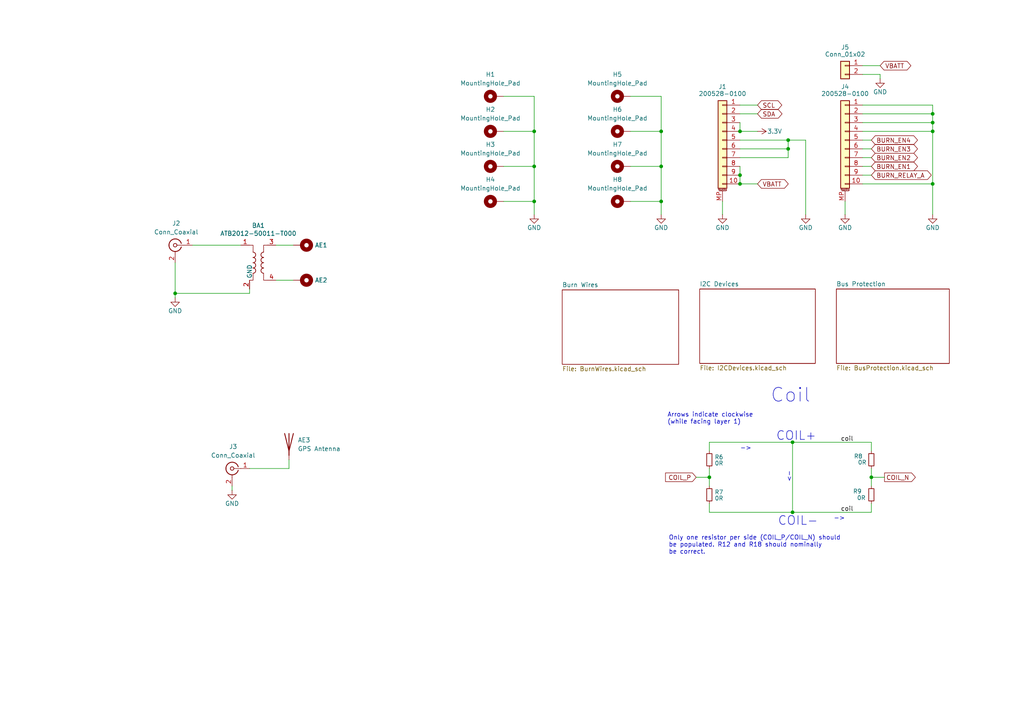
<source format=kicad_sch>
(kicad_sch (version 20231120) (generator "eeschema") (generator_version "8.0")
  (paper "A4")
  (lib_symbols
    (symbol "Connector_Generic:Conn_01x02" (pin_names (offset 1.016) hide)
      (property "Reference" "J" (at 0 2.54 0))
      (property "Value" "Conn_01x02" (at 0 -5.08 0))
      (symbol "Conn_01x02_1_1"
        (rectangle (start -1.27 -2.413) (end 0 -2.667) (stroke (width 0.1524)))
        (rectangle (start -1.27 0.127) (end 0 -0.127) (stroke (width 0.1524)))
        (rectangle (start -1.27 1.27) (end 1.27 -3.81) (stroke (width 0.254)) (fill (type background)))
        (pin passive line (at -5.08 0 0) (length 3.81) (name "Pin_1") (number "1"))
        (pin passive line (at -5.08 -2.54 0) (length 3.81) (name "Pin_2") (number "2"))
      )
    )
    (symbol "SolarPanels:ATB2012"
      (property "Reference" "U" (at 0 10.795 0))
      (property "Value" "ATB2012" (at 0 8.4836 0))
      (symbol "ATB2012_1_1"
        (arc (start -1.524 -3.048) (mid -0.7653 -2.286) (end -1.524 -1.524) (stroke (width 0.2032)))
        (arc (start -1.524 -1.524) (mid -0.7653 -0.762) (end -1.524 0) (stroke (width 0.2032)))
        (arc (start -1.524 0) (mid -0.7653 0.762) (end -1.524 1.524) (stroke (width 0.2032)))
        (arc (start -1.524 1.524) (mid -0.7653 2.286) (end -1.524 3.048) (stroke (width 0.2032)))
        (polyline (pts (xy -2.54 5.08) (xy -1.524 5.08) (xy -1.524 3.048)) (stroke (width 0.1524)))
        (polyline (pts (xy -1.524 -3.048) (xy -1.524 -5.08) (xy -2.54 -5.08)) (stroke (width 0.1524)))
        (polyline (pts (xy 1.524 3.048) (xy 1.524 5.08) (xy 2.54 5.08)) (stroke (width 0.1524)))
        (polyline (pts (xy 2.54 -5.08) (xy 1.524 -5.08) (xy 1.524 -3.048)) (stroke (width 0.1524)))
        (arc (start 1.524 -1.524) (mid 0.7653 -2.286) (end 1.524 -3.048) (stroke (width 0.2032)))
        (arc (start 1.524 0) (mid 0.7653 -0.762) (end 1.524 -1.524) (stroke (width 0.2032)))
        (arc (start 1.524 1.524) (mid 0.7653 0.762) (end 1.524 0) (stroke (width 0.2032)))
        (arc (start 1.524 3.048) (mid 0.7653 2.286) (end 1.524 1.524) (stroke (width 0.2032)))
        (pin passive line (at -5.08 5.08 0) (length 2.54) (name "~") (number "1"))
        (pin power_in line (at -2.54 -7.62 90) (length 2.54) (name "GND") (number "2"))
        (pin passive line (at 5.08 5.08 180) (length 2.54) (name "~") (number "3"))
        (pin passive line (at 5.08 -5.08 180) (length 2.54) (name "~") (number "4"))
      )
    )
    (symbol "SolarPanels:Antenna" (pin_numbers hide) (pin_names (offset 1.016) hide)
      (property "Reference" "AE" (at -1.905 1.905 0))
      (property "Value" "Antenna" (at -1.905 0 0))
      (symbol "Antenna_0_1"
        (polyline (pts (xy 0 2.54) (xy 0 -3.81)) (stroke (width 0.254)))
        (polyline (pts (xy 1.27 2.54) (xy 0 -2.54) (xy -1.27 2.54)) (stroke (width 0.254)))
      )
      (symbol "Antenna_1_1"
        (pin input line (at 0 -5.08 90) (length 2.54) (name "A") (number "1"))
      )
    )
    (symbol "SolarPanels:Conn_01x10_MountingPin" (pin_names (offset 1.016) hide)
      (property "Reference" "J" (at 0 12.7 0))
      (property "Value" "Conn_01x10_MountingPin" (at 1.27 -15.24 0))
      (symbol "Conn_01x10_MountingPin_1_1"
        (rectangle (start -1.27 -12.573) (end 0 -12.827) (stroke (width 0.1524)))
        (rectangle (start -1.27 -10.033) (end 0 -10.287) (stroke (width 0.1524)))
        (rectangle (start -1.27 -7.493) (end 0 -7.747) (stroke (width 0.1524)))
        (rectangle (start -1.27 -4.953) (end 0 -5.207) (stroke (width 0.1524)))
        (rectangle (start -1.27 -2.413) (end 0 -2.667) (stroke (width 0.1524)))
        (rectangle (start -1.27 0.127) (end 0 -0.127) (stroke (width 0.1524)))
        (rectangle (start -1.27 2.667) (end 0 2.413) (stroke (width 0.1524)))
        (rectangle (start -1.27 5.207) (end 0 4.953) (stroke (width 0.1524)))
        (rectangle (start -1.27 7.747) (end 0 7.493) (stroke (width 0.1524)))
        (rectangle (start -1.27 10.287) (end 0 10.033) (stroke (width 0.1524)))
        (rectangle (start -1.27 11.43) (end 1.27 -13.97) (stroke (width 0.254)) (fill (type background)))
        (polyline (pts (xy -1.016 -14.732) (xy 1.016 -14.732)) (stroke (width 0.1524)))
        (text "Mounting" (at 0 -14.351 0) (effects (font (size 0.381 0.381))))
        (pin passive line (at -5.08 10.16 0) (length 3.81) (name "Pin_1") (number "1"))
        (pin passive line (at -5.08 -12.7 0) (length 3.81) (name "Pin_10") (number "10"))
        (pin passive line (at -5.08 7.62 0) (length 3.81) (name "Pin_2") (number "2"))
        (pin passive line (at -5.08 5.08 0) (length 3.81) (name "Pin_3") (number "3"))
        (pin passive line (at -5.08 2.54 0) (length 3.81) (name "Pin_4") (number "4"))
        (pin passive line (at -5.08 0 0) (length 3.81) (name "Pin_5") (number "5"))
        (pin passive line (at -5.08 -2.54 0) (length 3.81) (name "Pin_6") (number "6"))
        (pin passive line (at -5.08 -5.08 0) (length 3.81) (name "Pin_7") (number "7"))
        (pin passive line (at -5.08 -7.62 0) (length 3.81) (name "Pin_8") (number "8"))
        (pin passive line (at -5.08 -10.16 0) (length 3.81) (name "Pin_9") (number "9"))
        (pin passive line (at 0 -17.78 90) (length 3.048) (name "MountPin") (number "MP"))
      )
    )
    (symbol "SolarPanels:Conn_Coaxial" (pin_names (offset 1.016) hide)
      (property "Reference" "J" (at 0.254 3.048 0))
      (property "Value" "Conn_Coaxial" (at 2.921 0 90))
      (symbol "Conn_Coaxial_0_1"
        (arc (start -1.778 -0.508) (mid 0.2311 -1.8066) (end 1.778 0) (stroke (width 0.254)))
        (polyline (pts (xy -2.54 0) (xy -0.508 0)))
        (polyline (pts (xy 0 -2.54) (xy 0 -1.778)))
        (circle (center 0 0) (radius 0.508) (stroke (width 0.2032)))
        (arc (start 1.778 0) (mid 0.2099 1.8101) (end -1.778 0.508) (stroke (width 0.254)))
      )
      (symbol "Conn_Coaxial_1_1"
        (pin passive line (at -5.08 0 0) (length 2.54) (name "In") (number "1"))
        (pin passive line (at 0 -5.08 90) (length 2.54) (name "Ext") (number "2"))
      )
    )
    (symbol "SolarPanels:MountingHole_Pad" (pin_numbers hide) (pin_names (offset 1.016) hide) (exclude_from_sim yes) (in_bom no)
      (property "Reference" "H" (at 0 6.35 0))
      (property "Value" "MountingHole_Pad" (at 0 4.445 0))
      (symbol "MountingHole_Pad_0_1"
        (circle (center 0 1.27) (radius 1.27) (stroke (width 1.27)))
      )
      (symbol "MountingHole_Pad_1_1"
        (pin input line (at 0 -2.54 90) (length 2.54) (name "1") (number "1"))
      )
    )
    (symbol "SolarPanels:R_Small" (pin_numbers hide) (pin_names (offset 0.254) hide)
      (property "Reference" "R" (at 0.762 0.508 0))
      (property "Value" "R_Small" (at 0.762 -1.016 0))
      (symbol "R_Small_0_1"
        (rectangle (start -0.762 1.778) (end 0.762 -1.778) (stroke (width 0.2032)))
      )
      (symbol "R_Small_1_1"
        (pin passive line (at 0 2.54 270) (length 0.762) (name "~") (number "1"))
        (pin passive line (at 0 -2.54 90) (length 0.762) (name "~") (number "2"))
      )
    )
    (symbol "power:+3.3V" (power) (pin_numbers hide) (pin_names (offset 0) hide)
      (property "Value" "+3.3V" (at 0 3.556 0))
      (symbol "+3.3V_0_1"
        (polyline (pts (xy -0.762 1.27) (xy 0 2.54)))
        (polyline (pts (xy 0 0) (xy 0 2.54)))
        (polyline (pts (xy 0 2.54) (xy 0.762 1.27)))
      )
      (symbol "+3.3V_1_1"
        (pin power_in line (at 0 0 90) (length 0) (name "~") (number "1"))
      )
    )
    (symbol "power:GND" (power) (pin_numbers hide) (pin_names (offset 0) hide)
      (property "Value" "GND" (at 0 -3.81 0))
      (symbol "GND_0_1"
        (polyline (pts (xy 0 0) (xy 0 -1.27) (xy 1.27 -1.27) (xy 0 -2.54) (xy -1.27 -1.27) (xy 0 -1.27)))
      )
      (symbol "GND_1_1"
        (pin power_in line (at 0 0 270) (length 0) (name "~") (number "1"))
      )
    )
  )
  (junction (at 191.77 58.42))
  (junction (at 214.63 53.34))
  (junction (at 270.51 38.1))
  (junction (at 229.87 128.27))
  (junction (at 228.6 40.64))
  (junction (at 270.51 53.34))
  (junction (at 252.73 138.43))
  (junction (at 154.94 58.42))
  (junction (at 50.8 85.09))
  (junction (at 214.63 38.1))
  (junction (at 270.51 33.02))
  (junction (at 191.77 38.1))
  (junction (at 229.87 148.59))
  (junction (at 154.94 48.26))
  (junction (at 270.51 35.56))
  (junction (at 191.77 48.26))
  (junction (at 214.63 50.8))
  (junction (at 228.6 43.18))
  (junction (at 154.94 38.1))
  (junction (at 205.74 138.43))
  (wire (pts (xy 154.94 27.94) (xy 146.05 27.94)))
  (wire (pts (xy 228.6 40.64) (xy 233.68 40.64)))
  (wire (pts (xy 250.19 50.8) (xy 252.73 50.8)))
  (wire (pts (xy 191.77 58.42) (xy 191.77 62.23)))
  (wire (pts (xy 250.19 38.1) (xy 270.51 38.1)))
  (wire (pts (xy 270.51 53.34) (xy 270.51 62.23)))
  (wire (pts (xy 250.19 21.59) (xy 255.27 21.59)))
  (wire (pts (xy 146.05 48.26) (xy 154.94 48.26)))
  (wire (pts (xy 219.71 33.02) (xy 214.63 33.02)))
  (wire (pts (xy 252.73 43.18) (xy 250.19 43.18)))
  (wire (pts (xy 250.19 33.02) (xy 270.51 33.02)))
  (wire (pts (xy 154.94 58.42) (xy 154.94 62.23)))
  (wire (pts (xy 182.88 38.1) (xy 191.77 38.1)))
  (wire (pts (xy 214.63 40.64) (xy 228.6 40.64)))
  (wire (pts (xy 83.82 135.89) (xy 83.82 133.35)))
  (wire (pts (xy 270.51 30.48) (xy 270.51 33.02)))
  (wire (pts (xy 229.87 148.59) (xy 252.73 148.59)))
  (wire (pts (xy 228.6 43.18) (xy 228.6 40.64)))
  (wire (pts (xy 252.73 128.27) (xy 252.73 130.81)))
  (wire (pts (xy 191.77 48.26) (xy 191.77 38.1)))
  (wire (pts (xy 250.19 35.56) (xy 270.51 35.56)))
  (wire (pts (xy 229.87 128.27) (xy 252.73 128.27)))
  (wire (pts (xy 55.88 71.12) (xy 69.85 71.12)))
  (wire (pts (xy 214.63 48.26) (xy 214.63 50.8)))
  (wire (pts (xy 270.51 33.02) (xy 270.51 35.56)))
  (wire (pts (xy 67.31 140.97) (xy 67.31 142.24)))
  (wire (pts (xy 205.74 128.27) (xy 205.74 130.81)))
  (wire (pts (xy 214.63 43.18) (xy 228.6 43.18)))
  (wire (pts (xy 250.19 53.34) (xy 270.51 53.34)))
  (wire (pts (xy 72.39 135.89) (xy 83.82 135.89)))
  (wire (pts (xy 219.71 30.48) (xy 214.63 30.48)))
  (wire (pts (xy 182.88 48.26) (xy 191.77 48.26)))
  (wire (pts (xy 146.05 38.1) (xy 154.94 38.1)))
  (wire (pts (xy 50.8 76.2) (xy 50.8 85.09)))
  (wire (pts (xy 255.27 21.59) (xy 255.27 22.86)))
  (wire (pts (xy 154.94 48.26) (xy 154.94 38.1)))
  (wire (pts (xy 205.74 135.89) (xy 205.74 138.43)))
  (wire (pts (xy 205.74 146.05) (xy 205.74 148.59)))
  (wire (pts (xy 256.54 138.43) (xy 252.73 138.43)))
  (wire (pts (xy 252.73 135.89) (xy 252.73 138.43)))
  (wire (pts (xy 205.74 148.59) (xy 229.87 148.59)))
  (wire (pts (xy 245.11 62.23) (xy 245.11 58.42)))
  (wire (pts (xy 214.63 45.72) (xy 228.6 45.72)))
  (wire (pts (xy 219.71 38.1) (xy 214.63 38.1)))
  (wire (pts (xy 252.73 138.43) (xy 252.73 140.97)))
  (wire (pts (xy 250.19 30.48) (xy 270.51 30.48)))
  (wire (pts (xy 201.93 138.43) (xy 205.74 138.43)))
  (wire (pts (xy 205.74 138.43) (xy 205.74 140.97)))
  (wire (pts (xy 72.39 85.09) (xy 72.39 83.82)))
  (wire (pts (xy 214.63 50.8) (xy 214.63 53.34)))
  (wire (pts (xy 205.74 128.27) (xy 229.87 128.27)))
  (wire (pts (xy 50.8 85.09) (xy 72.39 85.09)))
  (wire (pts (xy 214.63 53.34) (xy 219.71 53.34)))
  (wire (pts (xy 228.6 45.72) (xy 228.6 43.18)))
  (wire (pts (xy 191.77 38.1) (xy 191.77 27.94)))
  (wire (pts (xy 250.19 48.26) (xy 252.73 48.26)))
  (wire (pts (xy 252.73 146.05) (xy 252.73 148.59)))
  (wire (pts (xy 191.77 58.42) (xy 191.77 48.26)))
  (wire (pts (xy 233.68 40.64) (xy 233.68 62.23)))
  (wire (pts (xy 270.51 38.1) (xy 270.51 53.34)))
  (wire (pts (xy 270.51 35.56) (xy 270.51 38.1)))
  (wire (pts (xy 250.19 45.72) (xy 252.73 45.72)))
  (wire (pts (xy 209.55 62.23) (xy 209.55 58.42)))
  (wire (pts (xy 252.73 40.64) (xy 250.19 40.64)))
  (wire (pts (xy 191.77 27.94) (xy 182.88 27.94)))
  (wire (pts (xy 80.01 81.28) (xy 85.09 81.28)))
  (wire (pts (xy 214.63 35.56) (xy 214.63 38.1)))
  (wire (pts (xy 154.94 58.42) (xy 154.94 48.26)))
  (wire (pts (xy 182.88 58.42) (xy 191.77 58.42)))
  (wire (pts (xy 80.01 71.12) (xy 85.09 71.12)))
  (wire (pts (xy 229.87 128.27) (xy 229.87 148.59)))
  (wire (pts (xy 154.94 38.1) (xy 154.94 27.94)))
  (wire (pts (xy 146.05 58.42) (xy 154.94 58.42)))
  (wire (pts (xy 50.8 85.09) (xy 50.8 86.36)))
  (wire (pts (xy 250.19 19.05) (xy 255.27 19.05)))
  (text "->" (at 245.11 151.13 0) (effects (font (size 1.27 1.27)) (justify right bottom)))
  (text "COIL+" (at 225.044 128.016 0) (effects (font (size 2.54 2.54)) (justify left bottom)))
  (text "Arrows indicate clockwise\n(while facing layer 1)" (at 193.548 123.19 0) (effects (font (size 1.27 1.27)) (justify left bottom)))
  (text "Coil" (at 223.393 117.094 0) (effects (font (size 4 4)) (justify left bottom)))
  (text "Only one resistor per side (COIL_P/COIL_N) should \nbe populated. R12 and R18 should nominally \nbe correct." (at 193.929 160.909 0) (effects (font (size 1.27 1.27)) (justify left bottom)))
  (text "COIL-" (at 225.552 152.654 0) (effects (font (size 2.54 2.54)) (justify left bottom)))
  (text "<-" (at 229.616 139.954 90) (effects (font (size 1.27 1.27)) (justify left bottom)))
  (text "->" (at 214.63 130.81 0) (effects (font (size 1.27 1.27)) (justify left bottom)))
  (label "coil" (at 243.84 128.27 0))
  (label "coil" (at 243.84 148.59 0))
  (global_label "COIL_P" (shape input) (at 201.93 138.43 180) (property "Intersheetrefs" "${INTERSHEET_REFS}" (effects (hide yes))))
  (global_label "VBATT" (shape bidirectional) (at 219.71 53.34 0) (property "Intersheetrefs" "${INTERSHEET_REFS}" (effects (hide yes))))
  (global_label "BURN_EN2" (shape bidirectional) (at 252.73 45.72 0) (property "Intersheetrefs" "${INTERSHEET_REFS}" (effects (hide yes))))
  (global_label "BURN_EN3" (shape bidirectional) (at 252.73 43.18 0) (property "Intersheetrefs" "${INTERSHEET_REFS}" (effects (hide yes))))
  (global_label "SCL" (shape bidirectional) (at 219.71 30.48 0) (property "Intersheetrefs" "${INTERSHEET_REFS}" (effects (hide yes))))
  (global_label "BURN_EN1" (shape bidirectional) (at 252.73 48.26 0) (property "Intersheetrefs" "${INTERSHEET_REFS}" (effects (hide yes))))
  (global_label "COIL_N" (shape output) (at 256.54 138.43 0) (property "Intersheetrefs" "${INTERSHEET_REFS}" (effects (hide yes))))
  (global_label "VBATT" (shape bidirectional) (at 255.27 19.05 0) (property "Intersheetrefs" "${INTERSHEET_REFS}" (effects (hide yes))))
  (global_label "BURN_EN4" (shape bidirectional) (at 252.73 40.64 0) (property "Intersheetrefs" "${INTERSHEET_REFS}" (effects (hide yes))))
  (global_label "BURN_RELAY_A" (shape bidirectional) (at 252.73 50.8 0) (property "Intersheetrefs" "${INTERSHEET_REFS}" (effects (hide yes))))
  (global_label "SDA" (shape bidirectional) (at 219.71 33.02 0) (property "Intersheetrefs" "${INTERSHEET_REFS}" (effects (hide yes))))
  (symbol (lib_id "power:GND") (at 245.11 62.23 0) (unit 1)
    (property "Reference" "#PWR033" (effects (hide yes)))
    (property "Value" "GND" (at 245.11 66.04 0))
    (property "Description" "Power symbol creates a global label with name \"GND\" , ground" (effects (hide yes)))
  )
  (symbol (lib_id "SolarPanels:Conn_Coaxial") (at 67.31 135.89 0) (mirror y) (unit 1)
    (property "Reference" "J3" (at 67.6274 129.54 0))
    (property "Value" "Conn_Coaxial" (at 67.6274 132.08 0))
    (property "Footprint" "Connector_Coaxial:U.FL_Hirose_U.FL-R-SMT-1_Vertical" (effects (hide yes)))
    (property "Description" "coaxial connector (BNC, SMA, SMB, SMC, Cinch/RCA, LEMO, ...)" (effects (hide yes)))
  )
  (symbol (lib_id "SolarPanels:MountingHole_Pad") (at 87.63 81.28 270) (unit 1) (in_bom no)
    (property "Reference" "AE2" (at 91.313 81.28 90) (effects (justify left)))
    (property "Value" "MountingHole_Pad" (effects (hide yes)))
    (property "Footprint" "SolarPanels:Antenna Mount" (effects (hide yes)))
  )
  (symbol (lib_id "SolarPanels:Conn_01x10_MountingPin") (at 245.11 40.64 0) (mirror y) (unit 1)
    (property "Reference" "J4" (at 245.11 25.146 0))
    (property "Value" "200528-0100" (at 245.11 27.178 0))
    (property "Footprint" "Connector_FFC-FPC:Molex_200528-0100_1x10-1MP_P1.00mm_Horizontal" (effects (hide yes)))
    (property "Description" "Generic connectable mounting pin connector, single row, 01x10, script generated (kicad-library-utils/schlib/autogen/connector/)" (effects (hide yes)))
  )
  (symbol (lib_id "SolarPanels:R_Small") (at 205.74 143.51 180) (unit 1)
    (property "Reference" "R7" (at 207.264 142.748 0) (effects (font (size 1.2 1.2)) (justify right)))
    (property "Value" "0R" (at 207.264 144.526 0) (effects (font (size 1.2 1.2)) (justify right)))
    (property "Footprint" "Resistor_SMD:R_0603_1608Metric" (effects (hide yes)))
    (property "Description" "Resistor, small symbol" (effects (hide yes)))
  )
  (symbol (lib_id "power:GND") (at 67.31 142.24 0) (unit 1)
    (property "Reference" "#PWR025" (effects (hide yes)))
    (property "Value" "GND" (at 67.31 146.05 0))
    (property "Description" "Power symbol creates a global label with name \"GND\" , ground" (effects (hide yes)))
  )
  (symbol (lib_id "SolarPanels:MountingHole_Pad") (at 143.51 38.1 90) (unit 1) (exclude_from_sim yes) (in_bom no)
    (property "Reference" "H2" (at 142.24 31.75 90))
    (property "Value" "MountingHole_Pad" (at 142.24 34.29 90))
    (property "Footprint" "SolarPanels:MountingHole_3.2mm_M3_DIN965_Pad_TopBottom" (effects (hide yes)))
    (property "Description" "Mounting Hole with connection" (effects (hide yes)))
  )
  (symbol (lib_id "SolarPanels:Conn_Coaxial") (at 50.8 71.12 0) (mirror y) (unit 1)
    (property "Reference" "J2" (at 51.1174 64.77 0))
    (property "Value" "Conn_Coaxial" (at 51.1174 67.31 0))
    (property "Footprint" "Connector_Coaxial:U.FL_Hirose_U.FL-R-SMT-1_Vertical" (effects (hide yes)))
    (property "Description" "coaxial connector (BNC, SMA, SMB, SMC, Cinch/RCA, LEMO, ...)" (effects (hide yes)))
  )
  (symbol (lib_id "SolarPanels:MountingHole_Pad") (at 143.51 48.26 90) (unit 1) (exclude_from_sim yes) (in_bom no)
    (property "Reference" "H3" (at 142.24 41.91 90))
    (property "Value" "MountingHole_Pad" (at 142.24 44.45 90))
    (property "Footprint" "SolarPanels:MountingHole_3.2mm_M3_DIN965_Pad_TopBottom" (effects (hide yes)))
    (property "Description" "Mounting Hole with connection" (effects (hide yes)))
  )
  (symbol (lib_id "power:GND") (at 191.77 62.23 0) (unit 1)
    (property "Reference" "#PWR05" (effects (hide yes)))
    (property "Value" "GND" (at 191.77 66.04 0))
    (property "Description" "Power symbol creates a global label with name \"GND\" , ground" (effects (hide yes)))
  )
  (symbol (lib_id "power:GND") (at 154.94 62.23 0) (unit 1)
    (property "Reference" "#PWR04" (effects (hide yes)))
    (property "Value" "GND" (at 154.94 66.04 0))
    (property "Description" "Power symbol creates a global label with name \"GND\" , ground" (effects (hide yes)))
  )
  (symbol (lib_id "SolarPanels:MountingHole_Pad") (at 180.34 58.42 90) (unit 1) (exclude_from_sim yes) (in_bom no)
    (property "Reference" "H8" (at 179.07 52.07 90))
    (property "Value" "MountingHole_Pad" (at 179.07 54.61 90))
    (property "Footprint" "SolarPanels:MountingHole_3.2mm_M3_DIN965_Pad_TopBottom" (effects (hide yes)))
    (property "Description" "Mounting Hole with connection" (effects (hide yes)))
  )
  (symbol (lib_id "SolarPanels:Antenna") (at 83.82 128.27 0) (unit 1)
    (property "Reference" "AE3" (at 86.36 127.6349 0) (effects (justify left)))
    (property "Value" "GPS Antenna" (at 86.36 130.1749 0) (effects (justify left)))
    (property "Footprint" "SolarPanels:ANT_CGGBP.18.4.A.02_TAL" (effects (hide yes)))
    (property "Description" "Antenna" (effects (hide yes)))
  )
  (symbol (lib_id "power:GND") (at 209.55 62.23 0) (unit 1)
    (property "Reference" "#PWR06" (effects (hide yes)))
    (property "Value" "GND" (at 209.55 66.04 0))
    (property "Description" "Power symbol creates a global label with name \"GND\" , ground" (effects (hide yes)))
  )
  (symbol (lib_id "SolarPanels:MountingHole_Pad") (at 143.51 27.94 90) (unit 1) (exclude_from_sim yes) (in_bom no)
    (property "Reference" "H1" (at 142.24 21.59 90))
    (property "Value" "MountingHole_Pad" (at 142.24 24.13 90))
    (property "Footprint" "SolarPanels:MountingHole_3.2mm_M3_DIN965_Pad_TopBottom" (effects (hide yes)))
    (property "Description" "Mounting Hole with connection" (effects (hide yes)))
  )
  (symbol (lib_id "SolarPanels:R_Small") (at 252.73 133.35 180) (unit 1)
    (property "Reference" "R8" (at 247.65 132.334 0) (effects (font (size 1.2 1.2)) (justify right)))
    (property "Value" "0R" (at 248.793 134.112 0) (effects (font (size 1.2 1.2)) (justify right)))
    (property "Footprint" "Resistor_SMD:R_0603_1608Metric" (effects (hide yes)))
    (property "Description" "Resistor, small symbol" (effects (hide yes)))
  )
  (symbol (lib_id "SolarPanels:MountingHole_Pad") (at 87.63 71.12 270) (unit 1) (in_bom no)
    (property "Reference" "AE1" (at 91.313 71.12 90) (effects (justify left)))
    (property "Value" "MountingHole_Pad" (effects (hide yes)))
    (property "Footprint" "SolarPanels:Antenna Mount" (effects (hide yes)))
  )
  (symbol (lib_id "SolarPanels:MountingHole_Pad") (at 143.51 58.42 90) (unit 1) (exclude_from_sim yes) (in_bom no)
    (property "Reference" "H4" (at 142.24 52.07 90))
    (property "Value" "MountingHole_Pad" (at 142.24 54.61 90))
    (property "Footprint" "SolarPanels:MountingHole_3.2mm_M3_DIN965_Pad_TopBottom" (effects (hide yes)))
    (property "Description" "Mounting Hole with connection" (effects (hide yes)))
  )
  (symbol (lib_id "SolarPanels:R_Small") (at 205.74 133.35 180) (unit 1)
    (property "Reference" "R6" (at 207.264 132.588 0) (effects (font (size 1.2 1.2)) (justify right)))
    (property "Value" "0R" (at 207.264 134.366 0) (effects (font (size 1.2 1.2)) (justify right)))
    (property "Footprint" "Resistor_SMD:R_0603_1608Metric" (effects (hide yes)))
    (property "Description" "Resistor, small symbol" (effects (hide yes)))
  )
  (symbol (lib_id "power:+3.3V") (at 219.71 38.1 270) (mirror x) (unit 1)
    (property "Reference" "#SUPPLY01" (effects (hide yes)))
    (property "Value" "3.3V" (at 222.504 38.1 90) (effects (justify left)))
    (property "Description" "Power symbol creates a global label with name \"+3.3V\"" (effects (hide yes)))
  )
  (symbol (lib_id "SolarPanels:R_Small") (at 252.73 143.51 180) (unit 1)
    (property "Reference" "R9" (at 247.396 142.494 0) (effects (font (size 1.2 1.2)) (justify right)))
    (property "Value" "0R" (at 248.539 144.399 0) (effects (font (size 1.2 1.2)) (justify right)))
    (property "Footprint" "Resistor_SMD:R_0603_1608Metric" (effects (hide yes)))
    (property "Description" "Resistor, small symbol" (effects (hide yes)))
  )
  (symbol (lib_id "SolarPanels:ATB2012") (at 74.93 76.2 0) (unit 1)
    (property "Reference" "BA1" (at 74.93 65.405 0))
    (property "Value" "ATB2012-50011-T000" (at 74.93 67.7164 0))
    (property "Footprint" "SolarPanels:ATB2012" (effects (hide yes)))
    (property "Datasheet" "https://www.johansontechnology.com/datasheets/0868BM15C0001/0868BM15C0001.pdf" (effects (hide yes)))
  )
  (symbol (lib_id "SolarPanels:Conn_01x10_MountingPin") (at 209.55 40.64 0) (mirror y) (unit 1)
    (property "Reference" "J1" (at 209.55 25.146 0))
    (property "Value" "200528-0100" (at 209.55 27.178 0))
    (property "Footprint" "Connector_FFC-FPC:Molex_200528-0100_1x10-1MP_P1.00mm_Horizontal" (effects (hide yes)))
    (property "Description" "Generic connectable mounting pin connector, single row, 01x10, script generated (kicad-library-utils/schlib/autogen/connector/)" (effects (hide yes)))
  )
  (symbol (lib_id "SolarPanels:MountingHole_Pad") (at 180.34 48.26 90) (unit 1) (exclude_from_sim yes) (in_bom no)
    (property "Reference" "H7" (at 179.07 41.91 90))
    (property "Value" "MountingHole_Pad" (at 179.07 44.45 90))
    (property "Footprint" "SolarPanels:MountingHole_3.2mm_M3_DIN965_Pad_TopBottom" (effects (hide yes)))
    (property "Description" "Mounting Hole with connection" (effects (hide yes)))
  )
  (symbol (lib_id "SolarPanels:MountingHole_Pad") (at 180.34 27.94 90) (unit 1) (exclude_from_sim yes) (in_bom no)
    (property "Reference" "H5" (at 179.07 21.59 90))
    (property "Value" "MountingHole_Pad" (at 179.07 24.13 90))
    (property "Footprint" "SolarPanels:MountingHole_3.2mm_M3_DIN965_Pad_TopBottom" (effects (hide yes)))
    (property "Description" "Mounting Hole with connection" (effects (hide yes)))
  )
  (symbol (lib_id "power:GND") (at 50.8 86.36 0) (unit 1)
    (property "Reference" "#PWR026" (effects (hide yes)))
    (property "Value" "GND" (at 50.8 90.17 0))
    (property "Description" "Power symbol creates a global label with name \"GND\" , ground" (effects (hide yes)))
  )
  (symbol (lib_id "SolarPanels:MountingHole_Pad") (at 180.34 38.1 90) (unit 1) (exclude_from_sim yes) (in_bom no)
    (property "Reference" "H6" (at 179.07 31.75 90))
    (property "Value" "MountingHole_Pad" (at 179.07 34.29 90))
    (property "Footprint" "SolarPanels:MountingHole_3.2mm_M3_DIN965_Pad_TopBottom" (effects (hide yes)))
    (property "Description" "Mounting Hole with connection" (effects (hide yes)))
  )
  (symbol (lib_id "Connector_Generic:Conn_01x02") (at 245.11 19.05 0) (mirror y) (unit 1)
    (property "Reference" "J5" (at 245.11 13.716 0))
    (property "Value" "Conn_01x02" (at 245.11 15.748 0))
    (property "Footprint" "Connector_JST:JST_PH_S2B-PH-SM4-TB_1x02-1MP_P2.00mm_Horizontal" (effects (hide yes)))
    (property "Description" "Generic connector, single row, 01x02, script generated (kicad-library-utils/schlib/autogen/connector/)" (effects (hide yes)))
  )
  (symbol (lib_id "power:GND") (at 255.27 22.86 0) (unit 1)
    (property "Reference" "#PWR042" (effects (hide yes)))
    (property "Value" "GND" (at 255.27 26.67 0))
    (property "Description" "Power symbol creates a global label with name \"GND\" , ground" (effects (hide yes)))
  )
  (symbol (lib_id "power:GND") (at 270.51 62.23 0) (unit 1)
    (property "Reference" "#PWR034" (effects (hide yes)))
    (property "Value" "GND" (at 270.51 66.04 0))
    (property "Description" "Power symbol creates a global label with name \"GND\" , ground" (effects (hide yes)))
  )
  (symbol (lib_id "power:GND") (at 233.68 62.23 0) (mirror y) (unit 1)
    (property "Reference" "#PWR07" (effects (hide yes)))
    (property "Value" "GND" (at 233.68 66.04 0))
    (property "Description" "Power symbol creates a global label with name \"GND\" , ground" (effects (hide yes)))
  )
  (sheet (at 202.946 83.82) (size 33.528 21.59) (stroke (width 0.1524))
    (property "Sheetname" "I2C Devices" (at 202.946 83.1084 0) (effects (justify left bottom)))
    (property "Sheetfile" "I2CDevices.kicad_sch" (at 202.946 105.9946 0) (effects (justify left top)))
  )
  (sheet (at 163.068 84.074) (size 33.782 21.59) (stroke (width 0.1524))
    (property "Sheetname" "Burn Wires" (at 163.068 83.3624 0) (effects (justify left bottom)))
    (property "Sheetfile" "BurnWires.kicad_sch" (at 163.068 106.2486 0) (effects (justify left top)))
  )
  (sheet (at 242.57 83.82) (size 32.766 21.59) (stroke (width 0.1524))
    (property "Sheetname" "Bus Protection" (at 242.57 83.1084 0) (effects (justify left bottom)))
    (property "Sheetfile" "BusProtection.kicad_sch" (at 242.57 105.9946 0) (effects (justify left top)))
  )
)
</source>
